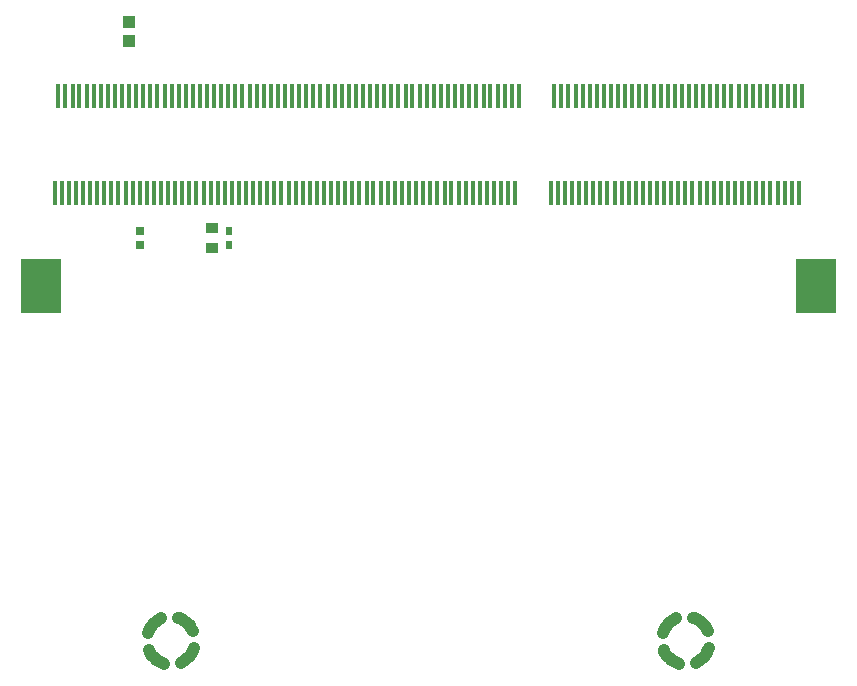
<source format=gtp>
%FSTAX23Y23*%
%MOIN*%
%SFA1B1*%

%IPPOS*%
%ADD13C,0.039370*%
%ADD14R,0.027560X0.031500*%
%ADD15R,0.013780X0.078740*%
%ADD16R,0.023620X0.031500*%
%ADD17R,0.039370X0.035430*%
%ADD18R,0.039370X0.039370*%
%ADD19R,0.137800X0.181100*%
%LNmod_duo_x_cb-1*%
%LPD*%
G54D13*
X00563Y00479D02*
D01*
X00566Y00474*
X00568Y00469*
X00571Y00464*
X00575Y0046*
X00579Y00456*
X00583Y00452*
X00587Y00448*
X00591Y00445*
X00596Y00442*
X00601Y00439*
X00606Y00437*
X00611Y00435*
X00613Y00434*
X00605Y00585D02*
D01*
X006Y00582*
X00595Y0058*
X0059Y00577*
X00586Y00573*
X00581Y00569*
X00578Y00565*
X00574Y00561*
X00571Y00557*
X00568Y00552*
X00565Y00547*
X00563Y00542*
X00561Y00537*
X0056Y00535*
X00711Y00543D02*
D01*
X00708Y00548*
X00705Y00553*
X00702Y00558*
X00699Y00562*
X00695Y00567*
X00691Y0057*
X00687Y00574*
X00682Y00577*
X00678Y0058*
X00673Y00583*
X00668Y00585*
X00662Y00587*
X00661Y00588*
X00669Y00437D02*
D01*
X00674Y0044*
X00679Y00443*
X00684Y00446*
X00688Y00449*
X00692Y00453*
X00696Y00457*
X007Y00461*
X00703Y00466*
X00706Y0047*
X00709Y00475*
X00711Y0048*
X00713Y00486*
X00714Y00487*
X02386Y00437D02*
D01*
X02391Y0044*
X02396Y00443*
X024Y00446*
X02405Y00449*
X02409Y00453*
X02413Y00457*
X02416Y00461*
X0242Y00466*
X02423Y0047*
X02425Y00475*
X02428Y0048*
X0243Y00486*
X0243Y00487*
X02427Y00543D02*
D01*
X02425Y00548*
X02422Y00553*
X02419Y00558*
X02415Y00562*
X02412Y00567*
X02408Y0057*
X02403Y00574*
X02399Y00577*
X02394Y0058*
X02389Y00583*
X02384Y00585*
X02379Y00587*
X02378Y00588*
X02321Y00585D02*
D01*
X02316Y00582*
X02311Y0058*
X02307Y00577*
X02302Y00573*
X02298Y00569*
X02294Y00565*
X0229Y00561*
X02287Y00557*
X02284Y00552*
X02281Y00547*
X02279Y00542*
X02277Y00537*
X02277Y00535*
X0228Y00479D02*
D01*
X02282Y00474*
X02285Y00469*
X02288Y00464*
X02291Y0046*
X02295Y00456*
X02299Y00452*
X02303Y00448*
X02308Y00445*
X02313Y00442*
X02318Y00439*
X02323Y00437*
X02328Y00435*
X02329Y00434*
G54D14*
X00533Y01829D03*
Y01876D03*
G54D15*
X00627Y02003D03*
X00651D03*
X0025D03*
X00273D03*
X00297D03*
X0032D03*
X00344D03*
X00368D03*
X00391D03*
X00415D03*
X00438D03*
X00462D03*
X00486D03*
X00509D03*
X00533D03*
X00557D03*
X0058D03*
X00604D03*
X00675D03*
X00698D03*
X00722D03*
X00746D03*
X00769D03*
X00793D03*
X00816D03*
X0084D03*
X00864D03*
X00887D03*
X00911D03*
X00935D03*
X00958D03*
X00982D03*
X01005D03*
X01029D03*
X01053D03*
X01076D03*
X011D03*
X01124D03*
X01147D03*
X01171D03*
X01194D03*
X01218D03*
X01242D03*
X01265D03*
X01289D03*
X01312D03*
X01336D03*
X0136D03*
X01383D03*
X01407D03*
X01431D03*
X01454D03*
X01478D03*
X01501D03*
X01525D03*
X01549D03*
X01572D03*
X01596D03*
X0162D03*
X01643D03*
X01667D03*
X0169D03*
X01714D03*
X01738D03*
X01761D03*
X01785D03*
X01903D03*
X01927D03*
X0195D03*
X01974D03*
X01998D03*
X02021D03*
X02045D03*
X02068D03*
X02092D03*
X02116D03*
X02139D03*
X02163D03*
X02187D03*
X0221D03*
X02234D03*
X02257D03*
X02281D03*
X02305D03*
X02328D03*
X02352D03*
X02375D03*
X02399D03*
X02423D03*
X02446D03*
X0247D03*
X02494D03*
X02517D03*
X02541D03*
X02564D03*
X02588D03*
X02612D03*
X02635D03*
X02659D03*
X02683D03*
X02706D03*
X0273D03*
X00261Y02326D03*
X00285D03*
X00309D03*
X00332D03*
X00356D03*
X00379D03*
X00403D03*
X00427D03*
X0045D03*
X00474D03*
X00498D03*
X00521D03*
X00545D03*
X00568D03*
X00592D03*
X00616D03*
X00639D03*
X00663D03*
X00687D03*
X0071D03*
X00734D03*
X00757D03*
X00781D03*
X00805D03*
X00828D03*
X00852D03*
X00875D03*
X00899D03*
X00923D03*
X00946D03*
X0097D03*
X00994D03*
X01017D03*
X01041D03*
X01064D03*
X01088D03*
X01112D03*
X01135D03*
X01159D03*
X01183D03*
X01206D03*
X0123D03*
X01253D03*
X01277D03*
X01301D03*
X01324D03*
X01348D03*
X01372D03*
X01395D03*
X01419D03*
X01442D03*
X01466D03*
X0149D03*
X01513D03*
X01537D03*
X01561D03*
X01584D03*
X01608D03*
X01631D03*
X01655D03*
X01679D03*
X01702D03*
X01726D03*
X0175D03*
X01773D03*
X01797D03*
X01915D03*
X01938D03*
X01962D03*
X01986D03*
X02009D03*
X02033D03*
X02057D03*
X0208D03*
X02104D03*
X02127D03*
X02151D03*
X02175D03*
X02198D03*
X02222D03*
X02246D03*
X02269D03*
X02293D03*
X02316D03*
X0234D03*
X02364D03*
X02387D03*
X02411D03*
X02435D03*
X02458D03*
X02482D03*
X02505D03*
X02529D03*
X02553D03*
X02576D03*
X026D03*
X02624D03*
X02647D03*
X02671D03*
X02694D03*
X02718D03*
X02742D03*
G54D16*
X0083Y01878D03*
Y01831D03*
G54D17*
X00775Y01821D03*
Y01888D03*
G54D18*
X00498Y02572D03*
Y0251D03*
G54D19*
X00204Y01692D03*
X02787D03*
M02*
</source>
